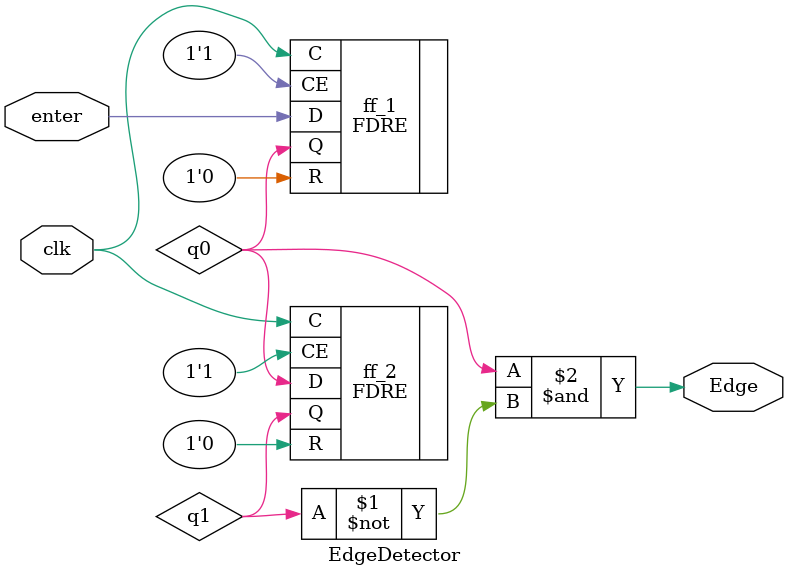
<source format=v>
`timescale 1ns / 1ps

module EdgeDetector(
    input clk,
    input enter,
    output Edge
    );
    
    wire q0, q1;       // Previous state of enter

    // Use FDRE flip-flops to store the previous state of enter and detect edge
    FDRE #(.INIT(1'b0)) ff_1 (.C(clk), .R(1'b0), .CE(1'b1), .D(enter), .Q(q0));
    FDRE #(.INIT(1'b0)) ff_2 (.C(clk), .R(1'b0), .CE(1'b1), .D(q0), .Q(q1));

    assign Edge = q0 & ~q1;
endmodule

</source>
